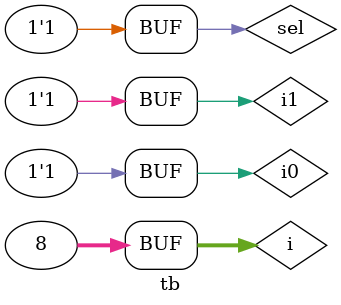
<source format=v>
`timescale 1ns / 1ps
module tb;
    reg sel,i0,i1;
    wire out;
    integer i;
  mux_2x1 dut(sel,i0,i1,out);
  initial begin
    for(i=0;i<8;i=i+1)
      begin
        {sel,i0,i1} = i;
        #10;
      end
  end
endmodule

</source>
